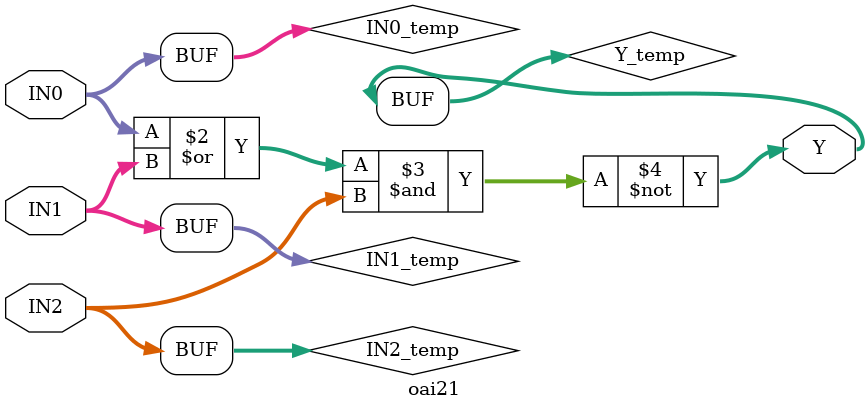
<source format=v>
module oai21(IN0,IN1,IN2,Y);
  parameter N = 8;
  parameter DPFLAG = 1;
  parameter GROUP = "dpath1";
  parameter
        d_IN0 = 0,
        d_IN1 = 0,
        d_IN2 = 0,
        d_Y = 1;
  input [(N - 1):0] IN0;
  input [(N - 1):0] IN1;
  input [(N - 1):0] IN2;
  output [(N - 1):0] Y;
  wire [(N - 1):0] IN0_temp;
  wire [(N - 1):0] IN1_temp;
  wire [(N - 1):0] IN2_temp;
  reg [(N - 1):0] Y_temp;
  assign #(d_IN0) IN0_temp = IN0;
  assign #(d_IN1) IN1_temp = IN1;
  assign #(d_IN2) IN2_temp = IN2;
  assign #(d_Y) Y = Y_temp;
  always
    @(IN0_temp or IN1_temp or IN2_temp)
      begin
      Y_temp = ( ~ ((IN0_temp | IN1_temp) & IN2_temp));
      end
endmodule

</source>
